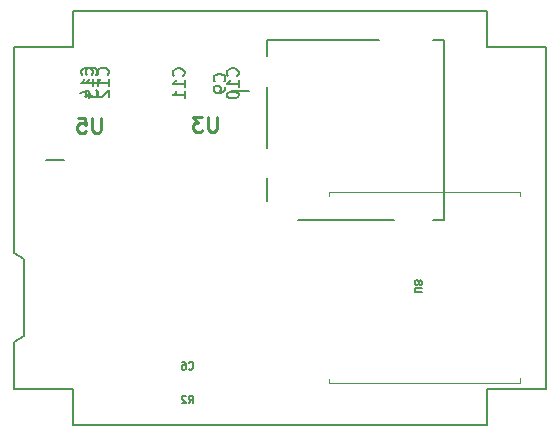
<source format=gbo>
G04 #@! TF.GenerationSoftware,KiCad,Pcbnew,(5.1.4)-1*
G04 #@! TF.CreationDate,2019-10-25T18:25:26-07:00*
G04 #@! TF.ProjectId,mainboard,6d61696e-626f-4617-9264-2e6b69636164,rev?*
G04 #@! TF.SameCoordinates,Original*
G04 #@! TF.FileFunction,Legend,Bot*
G04 #@! TF.FilePolarity,Positive*
%FSLAX46Y46*%
G04 Gerber Fmt 4.6, Leading zero omitted, Abs format (unit mm)*
G04 Created by KiCad (PCBNEW (5.1.4)-1) date 2019-10-25 18:25:26*
%MOMM*%
%LPD*%
G04 APERTURE LIST*
%ADD10C,0.150000*%
%ADD11C,0.200000*%
%ADD12C,0.120000*%
%ADD13C,0.127000*%
%ADD14C,0.254000*%
G04 APERTURE END LIST*
D10*
X116700300Y-106041600D02*
X116700300Y-109041600D01*
X116700300Y-74041600D02*
X116700300Y-77041600D01*
X121710300Y-106041600D02*
X116700300Y-106041600D01*
X121710300Y-77041600D02*
X116700300Y-77041600D01*
X81725100Y-77041600D02*
X81725100Y-74041600D01*
X76715100Y-106041600D02*
X76721300Y-102057200D01*
X81725100Y-106041600D02*
X76715100Y-106041600D01*
X81725100Y-77041600D02*
X76715100Y-77041600D01*
X77532900Y-95021400D02*
X76708000Y-94513400D01*
X121710300Y-106041600D02*
X121710300Y-77041600D01*
X77546200Y-101549200D02*
X76721300Y-102057200D01*
X81725100Y-106041600D02*
X81725100Y-109041600D01*
X77532900Y-95021400D02*
X77546200Y-101549200D01*
X81725100Y-109041600D02*
X116700300Y-109041600D01*
X116700300Y-74041600D02*
X81725100Y-74041600D01*
X76715100Y-77041600D02*
X76708000Y-94513400D01*
D11*
X79408400Y-86593800D02*
X80883400Y-86593800D01*
X96562800Y-80817600D02*
X95087800Y-80817600D01*
D12*
X103355200Y-105509000D02*
X103355200Y-105159000D01*
X119555200Y-89309000D02*
X119555200Y-89709000D01*
X103355200Y-89309000D02*
X119555200Y-89309000D01*
X103355200Y-89709000D02*
X103355200Y-89309000D01*
X119555200Y-105509000D02*
X119555200Y-105109000D01*
X103355200Y-105509000D02*
X119555200Y-105509000D01*
D13*
X98138200Y-85634000D02*
X98138200Y-80424000D01*
X98138200Y-90074000D02*
X98138200Y-88184000D01*
X108893200Y-91674000D02*
X100763200Y-91674000D01*
X98138200Y-76474000D02*
X98138200Y-77844000D01*
X107563200Y-76474000D02*
X98138200Y-76474000D01*
X113088200Y-76474000D02*
X112163200Y-76474000D01*
X113088200Y-91674000D02*
X113088200Y-76474000D01*
X112163200Y-91674000D02*
X113088200Y-91674000D01*
X91484873Y-107211101D02*
X91696540Y-106908720D01*
X91847730Y-107211101D02*
X91847730Y-106576101D01*
X91605825Y-106576101D01*
X91545349Y-106606340D01*
X91515111Y-106636578D01*
X91484873Y-106697054D01*
X91484873Y-106787768D01*
X91515111Y-106848244D01*
X91545349Y-106878482D01*
X91605825Y-106908720D01*
X91847730Y-106908720D01*
X91242968Y-106636578D02*
X91212730Y-106606340D01*
X91152254Y-106576101D01*
X91001063Y-106576101D01*
X90940587Y-106606340D01*
X90910349Y-106636578D01*
X90880111Y-106697054D01*
X90880111Y-106757530D01*
X90910349Y-106848244D01*
X91273206Y-107211101D01*
X90880111Y-107211101D01*
D10*
X84610542Y-79417942D02*
X84658161Y-79370323D01*
X84705780Y-79227466D01*
X84705780Y-79132228D01*
X84658161Y-78989371D01*
X84562923Y-78894133D01*
X84467685Y-78846514D01*
X84277209Y-78798895D01*
X84134352Y-78798895D01*
X83943876Y-78846514D01*
X83848638Y-78894133D01*
X83753400Y-78989371D01*
X83705780Y-79132228D01*
X83705780Y-79227466D01*
X83753400Y-79370323D01*
X83801019Y-79417942D01*
X84705780Y-80370323D02*
X84705780Y-79798895D01*
X84705780Y-80084609D02*
X83705780Y-80084609D01*
X83848638Y-79989371D01*
X83943876Y-79894133D01*
X83991495Y-79798895D01*
X83801019Y-80751276D02*
X83753400Y-80798895D01*
X83705780Y-80894133D01*
X83705780Y-81132228D01*
X83753400Y-81227466D01*
X83801019Y-81275085D01*
X83896257Y-81322704D01*
X83991495Y-81322704D01*
X84134352Y-81275085D01*
X84705780Y-80703657D01*
X84705780Y-81322704D01*
D14*
X84051019Y-83048323D02*
X84051019Y-84076419D01*
X83990542Y-84197371D01*
X83930066Y-84257847D01*
X83809114Y-84318323D01*
X83567209Y-84318323D01*
X83446257Y-84257847D01*
X83385780Y-84197371D01*
X83325304Y-84076419D01*
X83325304Y-83048323D01*
X82115780Y-83048323D02*
X82720542Y-83048323D01*
X82781019Y-83653085D01*
X82720542Y-83592609D01*
X82599590Y-83532133D01*
X82297209Y-83532133D01*
X82176257Y-83592609D01*
X82115780Y-83653085D01*
X82055304Y-83774038D01*
X82055304Y-84076419D01*
X82115780Y-84197371D01*
X82176257Y-84257847D01*
X82297209Y-84318323D01*
X82599590Y-84318323D01*
X82720542Y-84257847D01*
X82781019Y-84197371D01*
X93855419Y-82972123D02*
X93855419Y-84000219D01*
X93794942Y-84121171D01*
X93734466Y-84181647D01*
X93613514Y-84242123D01*
X93371609Y-84242123D01*
X93250657Y-84181647D01*
X93190180Y-84121171D01*
X93129704Y-84000219D01*
X93129704Y-82972123D01*
X92645895Y-82972123D02*
X91859704Y-82972123D01*
X92283038Y-83455933D01*
X92101609Y-83455933D01*
X91980657Y-83516409D01*
X91920180Y-83576885D01*
X91859704Y-83697838D01*
X91859704Y-84000219D01*
X91920180Y-84121171D01*
X91980657Y-84181647D01*
X92101609Y-84242123D01*
X92464466Y-84242123D01*
X92585419Y-84181647D01*
X92645895Y-84121171D01*
D13*
X111244138Y-97816609D02*
X110730090Y-97816609D01*
X110669614Y-97786371D01*
X110639376Y-97756133D01*
X110609138Y-97695657D01*
X110609138Y-97574704D01*
X110639376Y-97514228D01*
X110669614Y-97483990D01*
X110730090Y-97453752D01*
X111244138Y-97453752D01*
X110971995Y-97060657D02*
X111002233Y-97121133D01*
X111032471Y-97151371D01*
X111092947Y-97181609D01*
X111123185Y-97181609D01*
X111183661Y-97151371D01*
X111213900Y-97121133D01*
X111244138Y-97060657D01*
X111244138Y-96939704D01*
X111213900Y-96879228D01*
X111183661Y-96848990D01*
X111123185Y-96818752D01*
X111092947Y-96818752D01*
X111032471Y-96848990D01*
X111002233Y-96879228D01*
X110971995Y-96939704D01*
X110971995Y-97060657D01*
X110941757Y-97121133D01*
X110911519Y-97151371D01*
X110851042Y-97181609D01*
X110730090Y-97181609D01*
X110669614Y-97151371D01*
X110639376Y-97121133D01*
X110609138Y-97060657D01*
X110609138Y-96939704D01*
X110639376Y-96879228D01*
X110669614Y-96848990D01*
X110730090Y-96818752D01*
X110851042Y-96818752D01*
X110911519Y-96848990D01*
X110941757Y-96879228D01*
X110971995Y-96939704D01*
X91484873Y-104305825D02*
X91515111Y-104336063D01*
X91605825Y-104366301D01*
X91666301Y-104366301D01*
X91757016Y-104336063D01*
X91817492Y-104275587D01*
X91847730Y-104215111D01*
X91877968Y-104094159D01*
X91877968Y-104003444D01*
X91847730Y-103882492D01*
X91817492Y-103822016D01*
X91757016Y-103761540D01*
X91666301Y-103731301D01*
X91605825Y-103731301D01*
X91515111Y-103761540D01*
X91484873Y-103791778D01*
X90940587Y-103731301D02*
X91061540Y-103731301D01*
X91122016Y-103761540D01*
X91152254Y-103791778D01*
X91212730Y-103882492D01*
X91242968Y-104003444D01*
X91242968Y-104245349D01*
X91212730Y-104305825D01*
X91182492Y-104336063D01*
X91122016Y-104366301D01*
X91001063Y-104366301D01*
X90940587Y-104336063D01*
X90910349Y-104305825D01*
X90880111Y-104245349D01*
X90880111Y-104094159D01*
X90910349Y-104033682D01*
X90940587Y-104003444D01*
X91001063Y-103973206D01*
X91122016Y-103973206D01*
X91182492Y-104003444D01*
X91212730Y-104033682D01*
X91242968Y-104094159D01*
D10*
X94491142Y-79970333D02*
X94538761Y-79922714D01*
X94586380Y-79779857D01*
X94586380Y-79684619D01*
X94538761Y-79541761D01*
X94443523Y-79446523D01*
X94348285Y-79398904D01*
X94157809Y-79351285D01*
X94014952Y-79351285D01*
X93824476Y-79398904D01*
X93729238Y-79446523D01*
X93634000Y-79541761D01*
X93586380Y-79684619D01*
X93586380Y-79779857D01*
X93634000Y-79922714D01*
X93681619Y-79970333D01*
X94586380Y-80446523D02*
X94586380Y-80637000D01*
X94538761Y-80732238D01*
X94491142Y-80779857D01*
X94348285Y-80875095D01*
X94157809Y-80922714D01*
X93776857Y-80922714D01*
X93681619Y-80875095D01*
X93634000Y-80827476D01*
X93586380Y-80732238D01*
X93586380Y-80541761D01*
X93634000Y-80446523D01*
X93681619Y-80398904D01*
X93776857Y-80351285D01*
X94014952Y-80351285D01*
X94110190Y-80398904D01*
X94157809Y-80446523D01*
X94205428Y-80541761D01*
X94205428Y-80732238D01*
X94157809Y-80827476D01*
X94110190Y-80875095D01*
X94014952Y-80922714D01*
X95608742Y-79496542D02*
X95656361Y-79448923D01*
X95703980Y-79306066D01*
X95703980Y-79210828D01*
X95656361Y-79067971D01*
X95561123Y-78972733D01*
X95465885Y-78925114D01*
X95275409Y-78877495D01*
X95132552Y-78877495D01*
X94942076Y-78925114D01*
X94846838Y-78972733D01*
X94751600Y-79067971D01*
X94703980Y-79210828D01*
X94703980Y-79306066D01*
X94751600Y-79448923D01*
X94799219Y-79496542D01*
X95703980Y-80448923D02*
X95703980Y-79877495D01*
X95703980Y-80163209D02*
X94703980Y-80163209D01*
X94846838Y-80067971D01*
X94942076Y-79972733D01*
X94989695Y-79877495D01*
X94703980Y-81067971D02*
X94703980Y-81163209D01*
X94751600Y-81258447D01*
X94799219Y-81306066D01*
X94894457Y-81353685D01*
X95084933Y-81401304D01*
X95323028Y-81401304D01*
X95513504Y-81353685D01*
X95608742Y-81306066D01*
X95656361Y-81258447D01*
X95703980Y-81163209D01*
X95703980Y-81067971D01*
X95656361Y-80972733D01*
X95608742Y-80925114D01*
X95513504Y-80877495D01*
X95323028Y-80829876D01*
X95084933Y-80829876D01*
X94894457Y-80877495D01*
X94799219Y-80925114D01*
X94751600Y-80972733D01*
X94703980Y-81067971D01*
X91033542Y-79494142D02*
X91081161Y-79446523D01*
X91128780Y-79303666D01*
X91128780Y-79208428D01*
X91081161Y-79065571D01*
X90985923Y-78970333D01*
X90890685Y-78922714D01*
X90700209Y-78875095D01*
X90557352Y-78875095D01*
X90366876Y-78922714D01*
X90271638Y-78970333D01*
X90176400Y-79065571D01*
X90128780Y-79208428D01*
X90128780Y-79303666D01*
X90176400Y-79446523D01*
X90224019Y-79494142D01*
X91128780Y-80446523D02*
X91128780Y-79875095D01*
X91128780Y-80160809D02*
X90128780Y-80160809D01*
X90271638Y-80065571D01*
X90366876Y-79970333D01*
X90414495Y-79875095D01*
X91128780Y-81398904D02*
X91128780Y-80827476D01*
X91128780Y-81113190D02*
X90128780Y-81113190D01*
X90271638Y-81017952D01*
X90366876Y-80922714D01*
X90414495Y-80827476D01*
X83667542Y-79417942D02*
X83715161Y-79370323D01*
X83762780Y-79227466D01*
X83762780Y-79132228D01*
X83715161Y-78989371D01*
X83619923Y-78894133D01*
X83524685Y-78846514D01*
X83334209Y-78798895D01*
X83191352Y-78798895D01*
X83000876Y-78846514D01*
X82905638Y-78894133D01*
X82810400Y-78989371D01*
X82762780Y-79132228D01*
X82762780Y-79227466D01*
X82810400Y-79370323D01*
X82858019Y-79417942D01*
X83762780Y-80370323D02*
X83762780Y-79798895D01*
X83762780Y-80084609D02*
X82762780Y-80084609D01*
X82905638Y-79989371D01*
X83000876Y-79894133D01*
X83048495Y-79798895D01*
X82762780Y-80703657D02*
X82762780Y-81322704D01*
X83143733Y-80989371D01*
X83143733Y-81132228D01*
X83191352Y-81227466D01*
X83238971Y-81275085D01*
X83334209Y-81322704D01*
X83572304Y-81322704D01*
X83667542Y-81275085D01*
X83715161Y-81227466D01*
X83762780Y-81132228D01*
X83762780Y-80846514D01*
X83715161Y-80751276D01*
X83667542Y-80703657D01*
X83264342Y-79417942D02*
X83311961Y-79370323D01*
X83359580Y-79227466D01*
X83359580Y-79132228D01*
X83311961Y-78989371D01*
X83216723Y-78894133D01*
X83121485Y-78846514D01*
X82931009Y-78798895D01*
X82788152Y-78798895D01*
X82597676Y-78846514D01*
X82502438Y-78894133D01*
X82407200Y-78989371D01*
X82359580Y-79132228D01*
X82359580Y-79227466D01*
X82407200Y-79370323D01*
X82454819Y-79417942D01*
X83359580Y-80370323D02*
X83359580Y-79798895D01*
X83359580Y-80084609D02*
X82359580Y-80084609D01*
X82502438Y-79989371D01*
X82597676Y-79894133D01*
X82645295Y-79798895D01*
X82692914Y-81227466D02*
X83359580Y-81227466D01*
X82311961Y-80989371D02*
X83026247Y-80751276D01*
X83026247Y-81370323D01*
M02*

</source>
